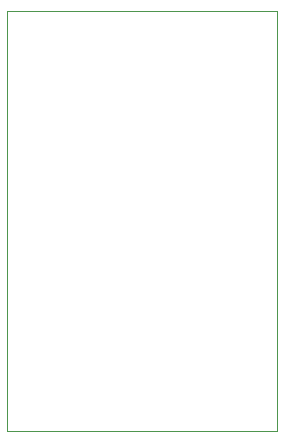
<source format=gbr>
%TF.GenerationSoftware,KiCad,Pcbnew,7.0.1*%
%TF.CreationDate,2023-04-12T17:20:58-07:00*%
%TF.ProjectId,Lab 3,4c616220-332e-46b6-9963-61645f706362,rev?*%
%TF.SameCoordinates,Original*%
%TF.FileFunction,Profile,NP*%
%FSLAX46Y46*%
G04 Gerber Fmt 4.6, Leading zero omitted, Abs format (unit mm)*
G04 Created by KiCad (PCBNEW 7.0.1) date 2023-04-12 17:20:58*
%MOMM*%
%LPD*%
G01*
G04 APERTURE LIST*
%TA.AperFunction,Profile*%
%ADD10C,0.100000*%
%TD*%
G04 APERTURE END LIST*
D10*
X142240000Y-60960000D02*
X165100000Y-60960000D01*
X165100000Y-96520000D01*
X142240000Y-96520000D01*
X142240000Y-60960000D01*
M02*

</source>
